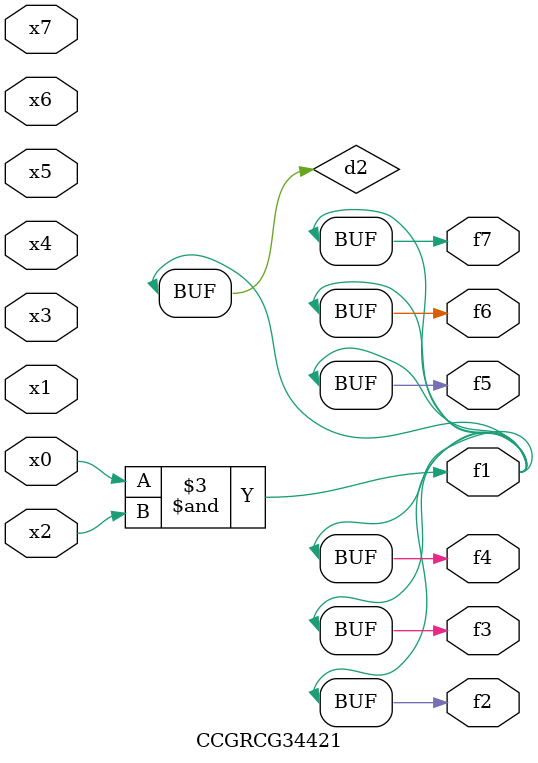
<source format=v>
module CCGRCG34421(
	input x0, x1, x2, x3, x4, x5, x6, x7,
	output f1, f2, f3, f4, f5, f6, f7
);

	wire d1, d2;

	nor (d1, x3, x6);
	and (d2, x0, x2);
	assign f1 = d2;
	assign f2 = d2;
	assign f3 = d2;
	assign f4 = d2;
	assign f5 = d2;
	assign f6 = d2;
	assign f7 = d2;
endmodule

</source>
